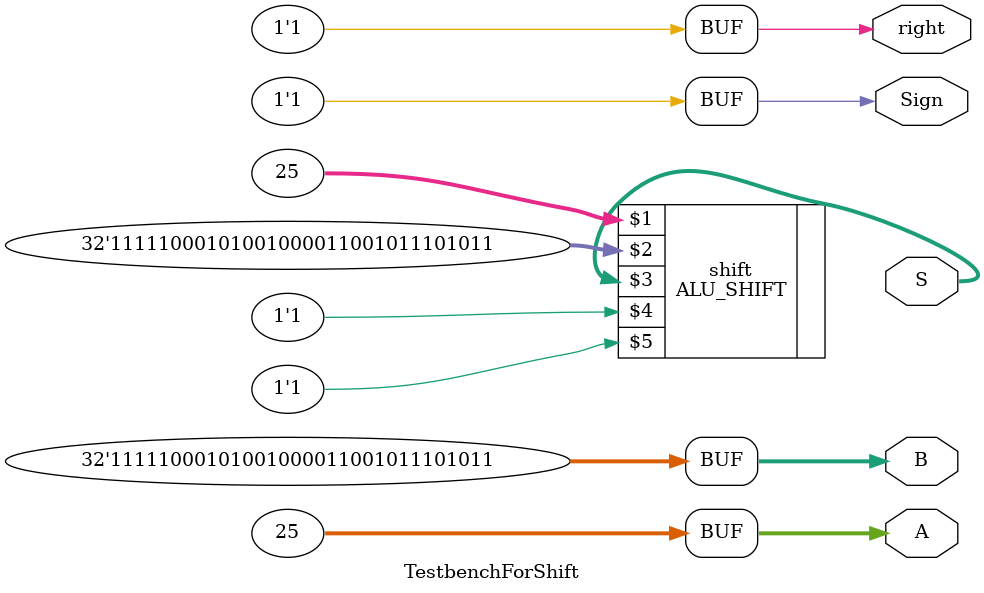
<source format=v>
module TestbenchForShift(A,B,S,right,Sign);
  output [31:0] A,B,S;
  output right,Sign;
  
  reg [31:0] A,B;
  reg right,Sign;
  
  initial
  begin
    right = 0;
    Sign = 0;
    A = 32'd24;
    B = 32'd4;
    #10 right = 1;
    #10 A = 32'd4;
    #10 B = 32'd88888;
    #10 A = 32'd9;
    #10 right = 0;
    #10 B = 32'd2644546165;
    #10 A = 32'd25;
    #10 right = 1;
    #10 B = -123456789;
    #10 Sign = 1;
  end
  ALU_SHIFT shift(A,B,S,right,Sign);
endmodule

</source>
